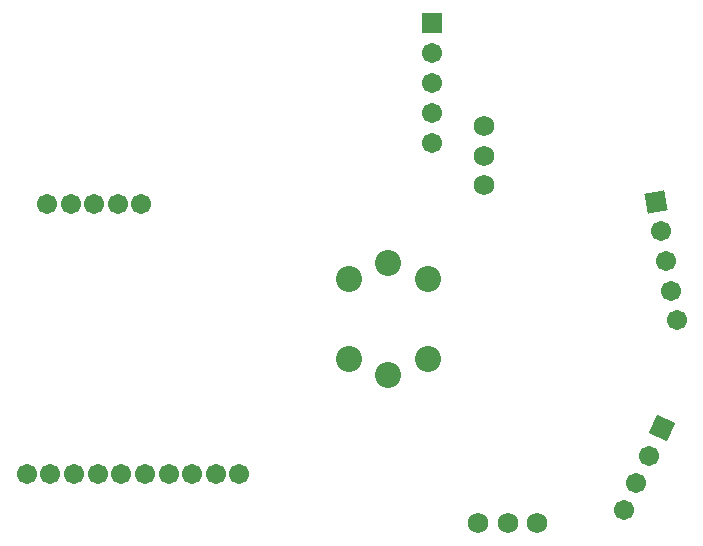
<source format=gbs>
G04*
G04 #@! TF.GenerationSoftware,Altium Limited,Altium Designer,19.1.5 (86)*
G04*
G04 Layer_Color=16711935*
%FSLAX25Y25*%
%MOIN*%
G70*
G01*
G75*
%ADD54C,0.06706*%
%ADD55C,0.08674*%
%ADD56P,0.09483X4X325.0*%
%ADD57R,0.06706X0.06706*%
%ADD58P,0.09483X4X290.0*%
%ADD59C,0.06800*%
D54*
X100341Y187664D02*
D03*
X148766Y97900D02*
D03*
X140892D02*
D03*
X133018D02*
D03*
X125144D02*
D03*
X117270D02*
D03*
X109396D02*
D03*
X101522D02*
D03*
X93648D02*
D03*
X85774D02*
D03*
X77900D02*
D03*
X84593Y187664D02*
D03*
X92467D02*
D03*
X108215D02*
D03*
X116089D02*
D03*
X289300Y178600D02*
D03*
X291036Y168752D02*
D03*
X292773Y158904D02*
D03*
X294509Y149056D02*
D03*
X213000Y238032D02*
D03*
Y228031D02*
D03*
Y218032D02*
D03*
Y208032D02*
D03*
X285300Y103900D02*
D03*
X281074Y94837D02*
D03*
X276848Y85774D02*
D03*
D55*
X185172Y162628D02*
D03*
X198400Y168101D02*
D03*
X211628Y162628D02*
D03*
Y136172D02*
D03*
X198400Y130699D02*
D03*
X185172Y136172D02*
D03*
D56*
X287564Y188448D02*
D03*
D57*
X213000Y248031D02*
D03*
D58*
X289526Y112963D02*
D03*
D59*
X248000Y81500D02*
D03*
X238157D02*
D03*
X228315D02*
D03*
X230300Y213685D02*
D03*
Y203843D02*
D03*
Y194000D02*
D03*
M02*

</source>
